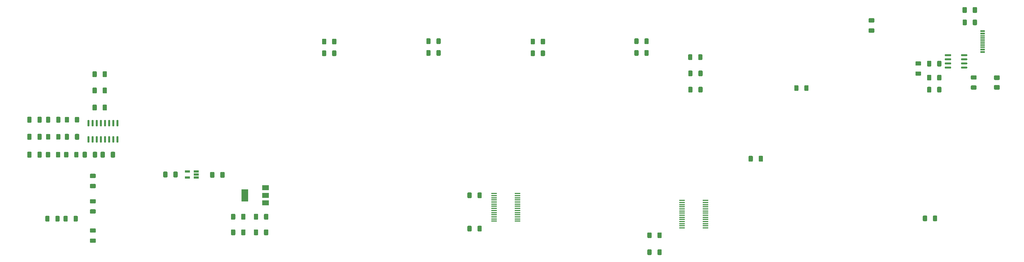
<source format=gbr>
G04 #@! TF.GenerationSoftware,KiCad,Pcbnew,(6.0.1)*
G04 #@! TF.CreationDate,2022-03-21T15:47:41+08:00*
G04 #@! TF.ProjectId,Teensy_Grovebox,5465656e-7379-45f4-9772-6f7665626f78,rev?*
G04 #@! TF.SameCoordinates,Original*
G04 #@! TF.FileFunction,Paste,Bot*
G04 #@! TF.FilePolarity,Positive*
%FSLAX46Y46*%
G04 Gerber Fmt 4.6, Leading zero omitted, Abs format (unit mm)*
G04 Created by KiCad (PCBNEW (6.0.1)) date 2022-03-21 15:47:41*
%MOMM*%
%LPD*%
G01*
G04 APERTURE LIST*
%ADD10R,1.560000X0.650000*%
%ADD11R,1.450000X0.600000*%
%ADD12R,1.450000X0.300000*%
%ADD13R,2.000000X1.500000*%
%ADD14R,2.000000X3.800000*%
%ADD15R,1.750000X0.450000*%
G04 APERTURE END LIST*
G04 #@! TO.C,R34*
G36*
G01*
X344975000Y-157100000D02*
X346225000Y-157100000D01*
G75*
G02*
X346475000Y-157350000I0J-250000D01*
G01*
X346475000Y-158150000D01*
G75*
G02*
X346225000Y-158400000I-250000J0D01*
G01*
X344975000Y-158400000D01*
G75*
G02*
X344725000Y-158150000I0J250000D01*
G01*
X344725000Y-157350000D01*
G75*
G02*
X344975000Y-157100000I250000J0D01*
G01*
G37*
G36*
G01*
X344975000Y-160200000D02*
X346225000Y-160200000D01*
G75*
G02*
X346475000Y-160450000I0J-250000D01*
G01*
X346475000Y-161250000D01*
G75*
G02*
X346225000Y-161500000I-250000J0D01*
G01*
X344975000Y-161500000D01*
G75*
G02*
X344725000Y-161250000I0J250000D01*
G01*
X344725000Y-160450000D01*
G75*
G02*
X344975000Y-160200000I250000J0D01*
G01*
G37*
G04 #@! TD*
G04 #@! TO.C,R1*
G36*
G01*
X150100000Y-146075000D02*
X150100000Y-147325000D01*
G75*
G02*
X149850000Y-147575000I-250000J0D01*
G01*
X149050000Y-147575000D01*
G75*
G02*
X148800000Y-147325000I0J250000D01*
G01*
X148800000Y-146075000D01*
G75*
G02*
X149050000Y-145825000I250000J0D01*
G01*
X149850000Y-145825000D01*
G75*
G02*
X150100000Y-146075000I0J-250000D01*
G01*
G37*
G36*
G01*
X147000000Y-146075000D02*
X147000000Y-147325000D01*
G75*
G02*
X146750000Y-147575000I-250000J0D01*
G01*
X145950000Y-147575000D01*
G75*
G02*
X145700000Y-147325000I0J250000D01*
G01*
X145700000Y-146075000D01*
G75*
G02*
X145950000Y-145825000I250000J0D01*
G01*
X146750000Y-145825000D01*
G75*
G02*
X147000000Y-146075000I0J-250000D01*
G01*
G37*
G04 #@! TD*
G04 #@! TO.C,R4*
G36*
G01*
X182100000Y-149575000D02*
X182100000Y-150825000D01*
G75*
G02*
X181850000Y-151075000I-250000J0D01*
G01*
X181050000Y-151075000D01*
G75*
G02*
X180800000Y-150825000I0J250000D01*
G01*
X180800000Y-149575000D01*
G75*
G02*
X181050000Y-149325000I250000J0D01*
G01*
X181850000Y-149325000D01*
G75*
G02*
X182100000Y-149575000I0J-250000D01*
G01*
G37*
G36*
G01*
X179000000Y-149575000D02*
X179000000Y-150825000D01*
G75*
G02*
X178750000Y-151075000I-250000J0D01*
G01*
X177950000Y-151075000D01*
G75*
G02*
X177700000Y-150825000I0J250000D01*
G01*
X177700000Y-149575000D01*
G75*
G02*
X177950000Y-149325000I250000J0D01*
G01*
X178750000Y-149325000D01*
G75*
G02*
X179000000Y-149575000I0J-250000D01*
G01*
G37*
G04 #@! TD*
G04 #@! TO.C,D2*
G36*
G01*
X353324999Y-161500000D02*
X352075001Y-161500000D01*
G75*
G02*
X351825000Y-161249999I0J250001D01*
G01*
X351825000Y-160325001D01*
G75*
G02*
X352075001Y-160075000I250001J0D01*
G01*
X353324999Y-160075000D01*
G75*
G02*
X353575000Y-160325001I0J-250001D01*
G01*
X353575000Y-161249999D01*
G75*
G02*
X353324999Y-161500000I-250001J0D01*
G01*
G37*
G36*
G01*
X353324999Y-158525000D02*
X352075001Y-158525000D01*
G75*
G02*
X351825000Y-158274999I0J250001D01*
G01*
X351825000Y-157350001D01*
G75*
G02*
X352075001Y-157100000I250001J0D01*
G01*
X353324999Y-157100000D01*
G75*
G02*
X353575000Y-157350001I0J-250001D01*
G01*
X353575000Y-158274999D01*
G75*
G02*
X353324999Y-158525000I-250001J0D01*
G01*
G37*
G04 #@! TD*
D10*
G04 #@! TO.C,U12*
X107150000Y-186650000D03*
X107150000Y-187600000D03*
X107150000Y-188550000D03*
X104450000Y-188550000D03*
X104450000Y-186650000D03*
G04 #@! TD*
G04 #@! TO.C,R24*
G36*
G01*
X262450000Y-155875000D02*
X262450000Y-157125000D01*
G75*
G02*
X262200000Y-157375000I-250000J0D01*
G01*
X261400000Y-157375000D01*
G75*
G02*
X261150000Y-157125000I0J250000D01*
G01*
X261150000Y-155875000D01*
G75*
G02*
X261400000Y-155625000I250000J0D01*
G01*
X262200000Y-155625000D01*
G75*
G02*
X262450000Y-155875000I0J-250000D01*
G01*
G37*
G36*
G01*
X259350000Y-155875000D02*
X259350000Y-157125000D01*
G75*
G02*
X259100000Y-157375000I-250000J0D01*
G01*
X258300000Y-157375000D01*
G75*
G02*
X258050000Y-157125000I0J250000D01*
G01*
X258050000Y-155875000D01*
G75*
G02*
X258300000Y-155625000I250000J0D01*
G01*
X259100000Y-155625000D01*
G75*
G02*
X259350000Y-155875000I0J-250000D01*
G01*
G37*
G04 #@! TD*
G04 #@! TO.C,R27*
G36*
G01*
X71000000Y-180875000D02*
X71000000Y-182125000D01*
G75*
G02*
X70750000Y-182375000I-250000J0D01*
G01*
X69950000Y-182375000D01*
G75*
G02*
X69700000Y-182125000I0J250000D01*
G01*
X69700000Y-180875000D01*
G75*
G02*
X69950000Y-180625000I250000J0D01*
G01*
X70750000Y-180625000D01*
G75*
G02*
X71000000Y-180875000I0J-250000D01*
G01*
G37*
G36*
G01*
X67900000Y-180875000D02*
X67900000Y-182125000D01*
G75*
G02*
X67650000Y-182375000I-250000J0D01*
G01*
X66850000Y-182375000D01*
G75*
G02*
X66600000Y-182125000I0J250000D01*
G01*
X66600000Y-180875000D01*
G75*
G02*
X66850000Y-180625000I250000J0D01*
G01*
X67650000Y-180625000D01*
G75*
G02*
X67900000Y-180875000I0J-250000D01*
G01*
G37*
G04 #@! TD*
G04 #@! TO.C,C14*
G36*
G01*
X76725000Y-180850000D02*
X76725000Y-182150000D01*
G75*
G02*
X76475000Y-182400000I-250000J0D01*
G01*
X75650000Y-182400000D01*
G75*
G02*
X75400000Y-182150000I0J250000D01*
G01*
X75400000Y-180850000D01*
G75*
G02*
X75650000Y-180600000I250000J0D01*
G01*
X76475000Y-180600000D01*
G75*
G02*
X76725000Y-180850000I0J-250000D01*
G01*
G37*
G36*
G01*
X73600000Y-180850000D02*
X73600000Y-182150000D01*
G75*
G02*
X73350000Y-182400000I-250000J0D01*
G01*
X72525000Y-182400000D01*
G75*
G02*
X72275000Y-182150000I0J250000D01*
G01*
X72275000Y-180850000D01*
G75*
G02*
X72525000Y-180600000I250000J0D01*
G01*
X73350000Y-180600000D01*
G75*
G02*
X73600000Y-180850000I0J-250000D01*
G01*
G37*
G04 #@! TD*
G04 #@! TO.C,R2*
G36*
G01*
X150100000Y-149675000D02*
X150100000Y-150925000D01*
G75*
G02*
X149850000Y-151175000I-250000J0D01*
G01*
X149050000Y-151175000D01*
G75*
G02*
X148800000Y-150925000I0J250000D01*
G01*
X148800000Y-149675000D01*
G75*
G02*
X149050000Y-149425000I250000J0D01*
G01*
X149850000Y-149425000D01*
G75*
G02*
X150100000Y-149675000I0J-250000D01*
G01*
G37*
G36*
G01*
X147000000Y-149675000D02*
X147000000Y-150925000D01*
G75*
G02*
X146750000Y-151175000I-250000J0D01*
G01*
X145950000Y-151175000D01*
G75*
G02*
X145700000Y-150925000I0J250000D01*
G01*
X145700000Y-149675000D01*
G75*
G02*
X145950000Y-149425000I250000J0D01*
G01*
X146750000Y-149425000D01*
G75*
G02*
X147000000Y-149675000I0J-250000D01*
G01*
G37*
G04 #@! TD*
G04 #@! TO.C,C10*
G36*
G01*
X82225000Y-180850000D02*
X82225000Y-182150000D01*
G75*
G02*
X81975000Y-182400000I-250000J0D01*
G01*
X81150000Y-182400000D01*
G75*
G02*
X80900000Y-182150000I0J250000D01*
G01*
X80900000Y-180850000D01*
G75*
G02*
X81150000Y-180600000I250000J0D01*
G01*
X81975000Y-180600000D01*
G75*
G02*
X82225000Y-180850000I0J-250000D01*
G01*
G37*
G36*
G01*
X79100000Y-180850000D02*
X79100000Y-182150000D01*
G75*
G02*
X78850000Y-182400000I-250000J0D01*
G01*
X78025000Y-182400000D01*
G75*
G02*
X77775000Y-182150000I0J250000D01*
G01*
X77775000Y-180850000D01*
G75*
G02*
X78025000Y-180600000I250000J0D01*
G01*
X78850000Y-180600000D01*
G75*
G02*
X79100000Y-180850000I0J-250000D01*
G01*
G37*
G04 #@! TD*
G04 #@! TO.C,C24*
G36*
G01*
X101425000Y-186950000D02*
X101425000Y-188250000D01*
G75*
G02*
X101175000Y-188500000I-250000J0D01*
G01*
X100350000Y-188500000D01*
G75*
G02*
X100100000Y-188250000I0J250000D01*
G01*
X100100000Y-186950000D01*
G75*
G02*
X100350000Y-186700000I250000J0D01*
G01*
X101175000Y-186700000D01*
G75*
G02*
X101425000Y-186950000I0J-250000D01*
G01*
G37*
G36*
G01*
X98300000Y-186950000D02*
X98300000Y-188250000D01*
G75*
G02*
X98050000Y-188500000I-250000J0D01*
G01*
X97225000Y-188500000D01*
G75*
G02*
X96975000Y-188250000I0J250000D01*
G01*
X96975000Y-186950000D01*
G75*
G02*
X97225000Y-186700000I250000J0D01*
G01*
X98050000Y-186700000D01*
G75*
G02*
X98300000Y-186950000I0J-250000D01*
G01*
G37*
G04 #@! TD*
D11*
G04 #@! TO.C,J1*
X348355000Y-143450000D03*
X348355000Y-144250000D03*
D12*
X348355000Y-145450000D03*
X348355000Y-146450000D03*
X348355000Y-146950000D03*
X348355000Y-147950000D03*
D11*
X348355000Y-149150000D03*
X348355000Y-149950000D03*
X348355000Y-149950000D03*
X348355000Y-149150000D03*
D12*
X348355000Y-148450000D03*
X348355000Y-147450000D03*
X348355000Y-145950000D03*
X348355000Y-144950000D03*
D11*
X348355000Y-144250000D03*
X348355000Y-143450000D03*
G04 #@! TD*
G04 #@! TO.C,C12*
G36*
G01*
X342175000Y-137650000D02*
X342175000Y-136350000D01*
G75*
G02*
X342425000Y-136100000I250000J0D01*
G01*
X343250000Y-136100000D01*
G75*
G02*
X343500000Y-136350000I0J-250000D01*
G01*
X343500000Y-137650000D01*
G75*
G02*
X343250000Y-137900000I-250000J0D01*
G01*
X342425000Y-137900000D01*
G75*
G02*
X342175000Y-137650000I0J250000D01*
G01*
G37*
G36*
G01*
X345300000Y-137650000D02*
X345300000Y-136350000D01*
G75*
G02*
X345550000Y-136100000I250000J0D01*
G01*
X346375000Y-136100000D01*
G75*
G02*
X346625000Y-136350000I0J-250000D01*
G01*
X346625000Y-137650000D01*
G75*
G02*
X346375000Y-137900000I-250000J0D01*
G01*
X345550000Y-137900000D01*
G75*
G02*
X345300000Y-137650000I0J250000D01*
G01*
G37*
G04 #@! TD*
G04 #@! TO.C,C15*
G36*
G01*
X314900000Y-143975000D02*
X313600000Y-143975000D01*
G75*
G02*
X313350000Y-143725000I0J250000D01*
G01*
X313350000Y-142900000D01*
G75*
G02*
X313600000Y-142650000I250000J0D01*
G01*
X314900000Y-142650000D01*
G75*
G02*
X315150000Y-142900000I0J-250000D01*
G01*
X315150000Y-143725000D01*
G75*
G02*
X314900000Y-143975000I-250000J0D01*
G01*
G37*
G36*
G01*
X314900000Y-140850000D02*
X313600000Y-140850000D01*
G75*
G02*
X313350000Y-140600000I0J250000D01*
G01*
X313350000Y-139775000D01*
G75*
G02*
X313600000Y-139525000I250000J0D01*
G01*
X314900000Y-139525000D01*
G75*
G02*
X315150000Y-139775000I0J-250000D01*
G01*
X315150000Y-140600000D01*
G75*
G02*
X314900000Y-140850000I-250000J0D01*
G01*
G37*
G04 #@! TD*
G04 #@! TO.C,R21*
G36*
G01*
X61050000Y-176625000D02*
X61050000Y-175375000D01*
G75*
G02*
X61300000Y-175125000I250000J0D01*
G01*
X62100000Y-175125000D01*
G75*
G02*
X62350000Y-175375000I0J-250000D01*
G01*
X62350000Y-176625000D01*
G75*
G02*
X62100000Y-176875000I-250000J0D01*
G01*
X61300000Y-176875000D01*
G75*
G02*
X61050000Y-176625000I0J250000D01*
G01*
G37*
G36*
G01*
X64150000Y-176625000D02*
X64150000Y-175375000D01*
G75*
G02*
X64400000Y-175125000I250000J0D01*
G01*
X65200000Y-175125000D01*
G75*
G02*
X65450000Y-175375000I0J-250000D01*
G01*
X65450000Y-176625000D01*
G75*
G02*
X65200000Y-176875000I-250000J0D01*
G01*
X64400000Y-176875000D01*
G75*
G02*
X64150000Y-176625000I0J250000D01*
G01*
G37*
G04 #@! TD*
G04 #@! TO.C,R9*
G36*
G01*
X258000000Y-152125000D02*
X258000000Y-150875000D01*
G75*
G02*
X258250000Y-150625000I250000J0D01*
G01*
X259050000Y-150625000D01*
G75*
G02*
X259300000Y-150875000I0J-250000D01*
G01*
X259300000Y-152125000D01*
G75*
G02*
X259050000Y-152375000I-250000J0D01*
G01*
X258250000Y-152375000D01*
G75*
G02*
X258000000Y-152125000I0J250000D01*
G01*
G37*
G36*
G01*
X261100000Y-152125000D02*
X261100000Y-150875000D01*
G75*
G02*
X261350000Y-150625000I250000J0D01*
G01*
X262150000Y-150625000D01*
G75*
G02*
X262400000Y-150875000I0J-250000D01*
G01*
X262400000Y-152125000D01*
G75*
G02*
X262150000Y-152375000I-250000J0D01*
G01*
X261350000Y-152375000D01*
G75*
G02*
X261100000Y-152125000I0J250000D01*
G01*
G37*
G04 #@! TD*
G04 #@! TO.C,R32*
G36*
G01*
X342200000Y-141425000D02*
X342200000Y-140175000D01*
G75*
G02*
X342450000Y-139925000I250000J0D01*
G01*
X343250000Y-139925000D01*
G75*
G02*
X343500000Y-140175000I0J-250000D01*
G01*
X343500000Y-141425000D01*
G75*
G02*
X343250000Y-141675000I-250000J0D01*
G01*
X342450000Y-141675000D01*
G75*
G02*
X342200000Y-141425000I0J250000D01*
G01*
G37*
G36*
G01*
X345300000Y-141425000D02*
X345300000Y-140175000D01*
G75*
G02*
X345550000Y-139925000I250000J0D01*
G01*
X346350000Y-139925000D01*
G75*
G02*
X346600000Y-140175000I0J-250000D01*
G01*
X346600000Y-141425000D01*
G75*
G02*
X346350000Y-141675000I-250000J0D01*
G01*
X345550000Y-141675000D01*
G75*
G02*
X345300000Y-141425000I0J250000D01*
G01*
G37*
G04 #@! TD*
G04 #@! TO.C,R28*
G36*
G01*
X331300000Y-158425000D02*
X331300000Y-157175000D01*
G75*
G02*
X331550000Y-156925000I250000J0D01*
G01*
X332350000Y-156925000D01*
G75*
G02*
X332600000Y-157175000I0J-250000D01*
G01*
X332600000Y-158425000D01*
G75*
G02*
X332350000Y-158675000I-250000J0D01*
G01*
X331550000Y-158675000D01*
G75*
G02*
X331300000Y-158425000I0J250000D01*
G01*
G37*
G36*
G01*
X334400000Y-158425000D02*
X334400000Y-157175000D01*
G75*
G02*
X334650000Y-156925000I250000J0D01*
G01*
X335450000Y-156925000D01*
G75*
G02*
X335700000Y-157175000I0J-250000D01*
G01*
X335700000Y-158425000D01*
G75*
G02*
X335450000Y-158675000I-250000J0D01*
G01*
X334650000Y-158675000D01*
G75*
G02*
X334400000Y-158425000I0J250000D01*
G01*
G37*
G04 #@! TD*
G04 #@! TO.C,R7*
G36*
G01*
X245900000Y-145975000D02*
X245900000Y-147225000D01*
G75*
G02*
X245650000Y-147475000I-250000J0D01*
G01*
X244850000Y-147475000D01*
G75*
G02*
X244600000Y-147225000I0J250000D01*
G01*
X244600000Y-145975000D01*
G75*
G02*
X244850000Y-145725000I250000J0D01*
G01*
X245650000Y-145725000D01*
G75*
G02*
X245900000Y-145975000I0J-250000D01*
G01*
G37*
G36*
G01*
X242800000Y-145975000D02*
X242800000Y-147225000D01*
G75*
G02*
X242550000Y-147475000I-250000J0D01*
G01*
X241750000Y-147475000D01*
G75*
G02*
X241500000Y-147225000I0J250000D01*
G01*
X241500000Y-145975000D01*
G75*
G02*
X241750000Y-145725000I250000J0D01*
G01*
X242550000Y-145725000D01*
G75*
G02*
X242800000Y-145975000I0J-250000D01*
G01*
G37*
G04 #@! TD*
G04 #@! TO.C,R15*
G36*
G01*
X194700000Y-193375000D02*
X194700000Y-194625000D01*
G75*
G02*
X194450000Y-194875000I-250000J0D01*
G01*
X193650000Y-194875000D01*
G75*
G02*
X193400000Y-194625000I0J250000D01*
G01*
X193400000Y-193375000D01*
G75*
G02*
X193650000Y-193125000I250000J0D01*
G01*
X194450000Y-193125000D01*
G75*
G02*
X194700000Y-193375000I0J-250000D01*
G01*
G37*
G36*
G01*
X191600000Y-193375000D02*
X191600000Y-194625000D01*
G75*
G02*
X191350000Y-194875000I-250000J0D01*
G01*
X190550000Y-194875000D01*
G75*
G02*
X190300000Y-194625000I0J250000D01*
G01*
X190300000Y-193375000D01*
G75*
G02*
X190550000Y-193125000I250000J0D01*
G01*
X191350000Y-193125000D01*
G75*
G02*
X191600000Y-193375000I0J-250000D01*
G01*
G37*
G04 #@! TD*
G04 #@! TO.C,C5*
G36*
G01*
X59725000Y-170100000D02*
X59725000Y-171400000D01*
G75*
G02*
X59475000Y-171650000I-250000J0D01*
G01*
X58650000Y-171650000D01*
G75*
G02*
X58400000Y-171400000I0J250000D01*
G01*
X58400000Y-170100000D01*
G75*
G02*
X58650000Y-169850000I250000J0D01*
G01*
X59475000Y-169850000D01*
G75*
G02*
X59725000Y-170100000I0J-250000D01*
G01*
G37*
G36*
G01*
X56600000Y-170100000D02*
X56600000Y-171400000D01*
G75*
G02*
X56350000Y-171650000I-250000J0D01*
G01*
X55525000Y-171650000D01*
G75*
G02*
X55275000Y-171400000I0J250000D01*
G01*
X55275000Y-170100000D01*
G75*
G02*
X55525000Y-169850000I250000J0D01*
G01*
X56350000Y-169850000D01*
G75*
G02*
X56600000Y-170100000I0J-250000D01*
G01*
G37*
G04 #@! TD*
G04 #@! TO.C,R22*
G36*
G01*
X66800000Y-171375000D02*
X66800000Y-170125000D01*
G75*
G02*
X67050000Y-169875000I250000J0D01*
G01*
X67850000Y-169875000D01*
G75*
G02*
X68100000Y-170125000I0J-250000D01*
G01*
X68100000Y-171375000D01*
G75*
G02*
X67850000Y-171625000I-250000J0D01*
G01*
X67050000Y-171625000D01*
G75*
G02*
X66800000Y-171375000I0J250000D01*
G01*
G37*
G36*
G01*
X69900000Y-171375000D02*
X69900000Y-170125000D01*
G75*
G02*
X70150000Y-169875000I250000J0D01*
G01*
X70950000Y-169875000D01*
G75*
G02*
X71200000Y-170125000I0J-250000D01*
G01*
X71200000Y-171375000D01*
G75*
G02*
X70950000Y-171625000I-250000J0D01*
G01*
X70150000Y-171625000D01*
G75*
G02*
X69900000Y-171375000I0J250000D01*
G01*
G37*
G04 #@! TD*
G04 #@! TO.C,R5*
G36*
G01*
X214100000Y-146075000D02*
X214100000Y-147325000D01*
G75*
G02*
X213850000Y-147575000I-250000J0D01*
G01*
X213050000Y-147575000D01*
G75*
G02*
X212800000Y-147325000I0J250000D01*
G01*
X212800000Y-146075000D01*
G75*
G02*
X213050000Y-145825000I250000J0D01*
G01*
X213850000Y-145825000D01*
G75*
G02*
X214100000Y-146075000I0J-250000D01*
G01*
G37*
G36*
G01*
X211000000Y-146075000D02*
X211000000Y-147325000D01*
G75*
G02*
X210750000Y-147575000I-250000J0D01*
G01*
X209950000Y-147575000D01*
G75*
G02*
X209700000Y-147325000I0J250000D01*
G01*
X209700000Y-146075000D01*
G75*
G02*
X209950000Y-145825000I250000J0D01*
G01*
X210750000Y-145825000D01*
G75*
G02*
X211000000Y-146075000I0J-250000D01*
G01*
G37*
G04 #@! TD*
G04 #@! TO.C,R25*
G36*
G01*
X331300000Y-162125000D02*
X331300000Y-160875000D01*
G75*
G02*
X331550000Y-160625000I250000J0D01*
G01*
X332350000Y-160625000D01*
G75*
G02*
X332600000Y-160875000I0J-250000D01*
G01*
X332600000Y-162125000D01*
G75*
G02*
X332350000Y-162375000I-250000J0D01*
G01*
X331550000Y-162375000D01*
G75*
G02*
X331300000Y-162125000I0J250000D01*
G01*
G37*
G36*
G01*
X334400000Y-162125000D02*
X334400000Y-160875000D01*
G75*
G02*
X334650000Y-160625000I250000J0D01*
G01*
X335450000Y-160625000D01*
G75*
G02*
X335700000Y-160875000I0J-250000D01*
G01*
X335700000Y-162125000D01*
G75*
G02*
X335450000Y-162375000I-250000J0D01*
G01*
X334650000Y-162375000D01*
G75*
G02*
X334400000Y-162125000I0J250000D01*
G01*
G37*
G04 #@! TD*
G04 #@! TO.C,R10*
G36*
G01*
X290550000Y-161625000D02*
X290550000Y-160375000D01*
G75*
G02*
X290800000Y-160125000I250000J0D01*
G01*
X291600000Y-160125000D01*
G75*
G02*
X291850000Y-160375000I0J-250000D01*
G01*
X291850000Y-161625000D01*
G75*
G02*
X291600000Y-161875000I-250000J0D01*
G01*
X290800000Y-161875000D01*
G75*
G02*
X290550000Y-161625000I0J250000D01*
G01*
G37*
G36*
G01*
X293650000Y-161625000D02*
X293650000Y-160375000D01*
G75*
G02*
X293900000Y-160125000I250000J0D01*
G01*
X294700000Y-160125000D01*
G75*
G02*
X294950000Y-160375000I0J-250000D01*
G01*
X294950000Y-161625000D01*
G75*
G02*
X294700000Y-161875000I-250000J0D01*
G01*
X293900000Y-161875000D01*
G75*
G02*
X293650000Y-161625000I0J250000D01*
G01*
G37*
G04 #@! TD*
G04 #@! TO.C,C25*
G36*
G01*
X122225000Y-199950000D02*
X122225000Y-201250000D01*
G75*
G02*
X121975000Y-201500000I-250000J0D01*
G01*
X121150000Y-201500000D01*
G75*
G02*
X120900000Y-201250000I0J250000D01*
G01*
X120900000Y-199950000D01*
G75*
G02*
X121150000Y-199700000I250000J0D01*
G01*
X121975000Y-199700000D01*
G75*
G02*
X122225000Y-199950000I0J-250000D01*
G01*
G37*
G36*
G01*
X119100000Y-199950000D02*
X119100000Y-201250000D01*
G75*
G02*
X118850000Y-201500000I-250000J0D01*
G01*
X118025000Y-201500000D01*
G75*
G02*
X117775000Y-201250000I0J250000D01*
G01*
X117775000Y-199950000D01*
G75*
G02*
X118025000Y-199700000I250000J0D01*
G01*
X118850000Y-199700000D01*
G75*
G02*
X119100000Y-199950000I0J-250000D01*
G01*
G37*
G04 #@! TD*
G04 #@! TO.C,R3*
G36*
G01*
X182100000Y-145975000D02*
X182100000Y-147225000D01*
G75*
G02*
X181850000Y-147475000I-250000J0D01*
G01*
X181050000Y-147475000D01*
G75*
G02*
X180800000Y-147225000I0J250000D01*
G01*
X180800000Y-145975000D01*
G75*
G02*
X181050000Y-145725000I250000J0D01*
G01*
X181850000Y-145725000D01*
G75*
G02*
X182100000Y-145975000I0J-250000D01*
G01*
G37*
G36*
G01*
X179000000Y-145975000D02*
X179000000Y-147225000D01*
G75*
G02*
X178750000Y-147475000I-250000J0D01*
G01*
X177950000Y-147475000D01*
G75*
G02*
X177700000Y-147225000I0J250000D01*
G01*
X177700000Y-145975000D01*
G75*
G02*
X177950000Y-145725000I250000J0D01*
G01*
X178750000Y-145725000D01*
G75*
G02*
X179000000Y-145975000I0J-250000D01*
G01*
G37*
G04 #@! TD*
G04 #@! TO.C,C8*
G36*
G01*
X75275000Y-162400000D02*
X75275000Y-161100000D01*
G75*
G02*
X75525000Y-160850000I250000J0D01*
G01*
X76350000Y-160850000D01*
G75*
G02*
X76600000Y-161100000I0J-250000D01*
G01*
X76600000Y-162400000D01*
G75*
G02*
X76350000Y-162650000I-250000J0D01*
G01*
X75525000Y-162650000D01*
G75*
G02*
X75275000Y-162400000I0J250000D01*
G01*
G37*
G36*
G01*
X78400000Y-162400000D02*
X78400000Y-161100000D01*
G75*
G02*
X78650000Y-160850000I250000J0D01*
G01*
X79475000Y-160850000D01*
G75*
G02*
X79725000Y-161100000I0J-250000D01*
G01*
X79725000Y-162400000D01*
G75*
G02*
X79475000Y-162650000I-250000J0D01*
G01*
X78650000Y-162650000D01*
G75*
G02*
X78400000Y-162400000I0J250000D01*
G01*
G37*
G04 #@! TD*
G04 #@! TO.C,C23*
G36*
G01*
X122225000Y-204750000D02*
X122225000Y-206050000D01*
G75*
G02*
X121975000Y-206300000I-250000J0D01*
G01*
X121150000Y-206300000D01*
G75*
G02*
X120900000Y-206050000I0J250000D01*
G01*
X120900000Y-204750000D01*
G75*
G02*
X121150000Y-204500000I250000J0D01*
G01*
X121975000Y-204500000D01*
G75*
G02*
X122225000Y-204750000I0J-250000D01*
G01*
G37*
G36*
G01*
X119100000Y-204750000D02*
X119100000Y-206050000D01*
G75*
G02*
X118850000Y-206300000I-250000J0D01*
G01*
X118025000Y-206300000D01*
G75*
G02*
X117775000Y-206050000I0J250000D01*
G01*
X117775000Y-204750000D01*
G75*
G02*
X118025000Y-204500000I250000J0D01*
G01*
X118850000Y-204500000D01*
G75*
G02*
X119100000Y-204750000I0J-250000D01*
G01*
G37*
G04 #@! TD*
G04 #@! TO.C,C18*
G36*
G01*
X276525000Y-183400000D02*
X276525000Y-182100000D01*
G75*
G02*
X276775000Y-181850000I250000J0D01*
G01*
X277600000Y-181850000D01*
G75*
G02*
X277850000Y-182100000I0J-250000D01*
G01*
X277850000Y-183400000D01*
G75*
G02*
X277600000Y-183650000I-250000J0D01*
G01*
X276775000Y-183650000D01*
G75*
G02*
X276525000Y-183400000I0J250000D01*
G01*
G37*
G36*
G01*
X279650000Y-183400000D02*
X279650000Y-182100000D01*
G75*
G02*
X279900000Y-181850000I250000J0D01*
G01*
X280725000Y-181850000D01*
G75*
G02*
X280975000Y-182100000I0J-250000D01*
G01*
X280975000Y-183400000D01*
G75*
G02*
X280725000Y-183650000I-250000J0D01*
G01*
X279900000Y-183650000D01*
G75*
G02*
X279650000Y-183400000I0J250000D01*
G01*
G37*
G04 #@! TD*
G04 #@! TO.C,R30*
G36*
G01*
X65200000Y-200575000D02*
X65200000Y-201825000D01*
G75*
G02*
X64950000Y-202075000I-250000J0D01*
G01*
X64150000Y-202075000D01*
G75*
G02*
X63900000Y-201825000I0J250000D01*
G01*
X63900000Y-200575000D01*
G75*
G02*
X64150000Y-200325000I250000J0D01*
G01*
X64950000Y-200325000D01*
G75*
G02*
X65200000Y-200575000I0J-250000D01*
G01*
G37*
G36*
G01*
X62100000Y-200575000D02*
X62100000Y-201825000D01*
G75*
G02*
X61850000Y-202075000I-250000J0D01*
G01*
X61050000Y-202075000D01*
G75*
G02*
X60800000Y-201825000I0J250000D01*
G01*
X60800000Y-200575000D01*
G75*
G02*
X61050000Y-200325000I250000J0D01*
G01*
X61850000Y-200325000D01*
G75*
G02*
X62100000Y-200575000I0J-250000D01*
G01*
G37*
G04 #@! TD*
G04 #@! TO.C,R33*
G36*
G01*
X329225000Y-157200000D02*
X327975000Y-157200000D01*
G75*
G02*
X327725000Y-156950000I0J250000D01*
G01*
X327725000Y-156150000D01*
G75*
G02*
X327975000Y-155900000I250000J0D01*
G01*
X329225000Y-155900000D01*
G75*
G02*
X329475000Y-156150000I0J-250000D01*
G01*
X329475000Y-156950000D01*
G75*
G02*
X329225000Y-157200000I-250000J0D01*
G01*
G37*
G36*
G01*
X329225000Y-154100000D02*
X327975000Y-154100000D01*
G75*
G02*
X327725000Y-153850000I0J250000D01*
G01*
X327725000Y-153050000D01*
G75*
G02*
X327975000Y-152800000I250000J0D01*
G01*
X329225000Y-152800000D01*
G75*
G02*
X329475000Y-153050000I0J-250000D01*
G01*
X329475000Y-153850000D01*
G75*
G02*
X329225000Y-154100000I-250000J0D01*
G01*
G37*
G04 #@! TD*
G04 #@! TO.C,C22*
G36*
G01*
X115825000Y-187050000D02*
X115825000Y-188350000D01*
G75*
G02*
X115575000Y-188600000I-250000J0D01*
G01*
X114750000Y-188600000D01*
G75*
G02*
X114500000Y-188350000I0J250000D01*
G01*
X114500000Y-187050000D01*
G75*
G02*
X114750000Y-186800000I250000J0D01*
G01*
X115575000Y-186800000D01*
G75*
G02*
X115825000Y-187050000I0J-250000D01*
G01*
G37*
G36*
G01*
X112700000Y-187050000D02*
X112700000Y-188350000D01*
G75*
G02*
X112450000Y-188600000I-250000J0D01*
G01*
X111625000Y-188600000D01*
G75*
G02*
X111375000Y-188350000I0J250000D01*
G01*
X111375000Y-187050000D01*
G75*
G02*
X111625000Y-186800000I250000J0D01*
G01*
X112450000Y-186800000D01*
G75*
G02*
X112700000Y-187050000I0J-250000D01*
G01*
G37*
G04 #@! TD*
G04 #@! TO.C,U9*
G36*
G01*
X336750000Y-154855000D02*
X336750000Y-154555000D01*
G75*
G02*
X336900000Y-154405000I150000J0D01*
G01*
X338550000Y-154405000D01*
G75*
G02*
X338700000Y-154555000I0J-150000D01*
G01*
X338700000Y-154855000D01*
G75*
G02*
X338550000Y-155005000I-150000J0D01*
G01*
X336900000Y-155005000D01*
G75*
G02*
X336750000Y-154855000I0J150000D01*
G01*
G37*
G36*
G01*
X336750000Y-153585000D02*
X336750000Y-153285000D01*
G75*
G02*
X336900000Y-153135000I150000J0D01*
G01*
X338550000Y-153135000D01*
G75*
G02*
X338700000Y-153285000I0J-150000D01*
G01*
X338700000Y-153585000D01*
G75*
G02*
X338550000Y-153735000I-150000J0D01*
G01*
X336900000Y-153735000D01*
G75*
G02*
X336750000Y-153585000I0J150000D01*
G01*
G37*
G36*
G01*
X336750000Y-152315000D02*
X336750000Y-152015000D01*
G75*
G02*
X336900000Y-151865000I150000J0D01*
G01*
X338550000Y-151865000D01*
G75*
G02*
X338700000Y-152015000I0J-150000D01*
G01*
X338700000Y-152315000D01*
G75*
G02*
X338550000Y-152465000I-150000J0D01*
G01*
X336900000Y-152465000D01*
G75*
G02*
X336750000Y-152315000I0J150000D01*
G01*
G37*
G36*
G01*
X336750000Y-151045000D02*
X336750000Y-150745000D01*
G75*
G02*
X336900000Y-150595000I150000J0D01*
G01*
X338550000Y-150595000D01*
G75*
G02*
X338700000Y-150745000I0J-150000D01*
G01*
X338700000Y-151045000D01*
G75*
G02*
X338550000Y-151195000I-150000J0D01*
G01*
X336900000Y-151195000D01*
G75*
G02*
X336750000Y-151045000I0J150000D01*
G01*
G37*
G36*
G01*
X341700000Y-151045000D02*
X341700000Y-150745000D01*
G75*
G02*
X341850000Y-150595000I150000J0D01*
G01*
X343500000Y-150595000D01*
G75*
G02*
X343650000Y-150745000I0J-150000D01*
G01*
X343650000Y-151045000D01*
G75*
G02*
X343500000Y-151195000I-150000J0D01*
G01*
X341850000Y-151195000D01*
G75*
G02*
X341700000Y-151045000I0J150000D01*
G01*
G37*
G36*
G01*
X341700000Y-152315000D02*
X341700000Y-152015000D01*
G75*
G02*
X341850000Y-151865000I150000J0D01*
G01*
X343500000Y-151865000D01*
G75*
G02*
X343650000Y-152015000I0J-150000D01*
G01*
X343650000Y-152315000D01*
G75*
G02*
X343500000Y-152465000I-150000J0D01*
G01*
X341850000Y-152465000D01*
G75*
G02*
X341700000Y-152315000I0J150000D01*
G01*
G37*
G36*
G01*
X341700000Y-153585000D02*
X341700000Y-153285000D01*
G75*
G02*
X341850000Y-153135000I150000J0D01*
G01*
X343500000Y-153135000D01*
G75*
G02*
X343650000Y-153285000I0J-150000D01*
G01*
X343650000Y-153585000D01*
G75*
G02*
X343500000Y-153735000I-150000J0D01*
G01*
X341850000Y-153735000D01*
G75*
G02*
X341700000Y-153585000I0J150000D01*
G01*
G37*
G36*
G01*
X341700000Y-154855000D02*
X341700000Y-154555000D01*
G75*
G02*
X341850000Y-154405000I150000J0D01*
G01*
X343500000Y-154405000D01*
G75*
G02*
X343650000Y-154555000I0J-150000D01*
G01*
X343650000Y-154855000D01*
G75*
G02*
X343500000Y-155005000I-150000J0D01*
G01*
X341850000Y-155005000D01*
G75*
G02*
X341700000Y-154855000I0J150000D01*
G01*
G37*
G04 #@! TD*
G04 #@! TO.C,R6*
G36*
G01*
X214100000Y-149675000D02*
X214100000Y-150925000D01*
G75*
G02*
X213850000Y-151175000I-250000J0D01*
G01*
X213050000Y-151175000D01*
G75*
G02*
X212800000Y-150925000I0J250000D01*
G01*
X212800000Y-149675000D01*
G75*
G02*
X213050000Y-149425000I250000J0D01*
G01*
X213850000Y-149425000D01*
G75*
G02*
X214100000Y-149675000I0J-250000D01*
G01*
G37*
G36*
G01*
X211000000Y-149675000D02*
X211000000Y-150925000D01*
G75*
G02*
X210750000Y-151175000I-250000J0D01*
G01*
X209950000Y-151175000D01*
G75*
G02*
X209700000Y-150925000I0J250000D01*
G01*
X209700000Y-149675000D01*
G75*
G02*
X209950000Y-149425000I250000J0D01*
G01*
X210750000Y-149425000D01*
G75*
G02*
X211000000Y-149675000I0J-250000D01*
G01*
G37*
G04 #@! TD*
G04 #@! TO.C,C3*
G36*
G01*
X59725000Y-175350000D02*
X59725000Y-176650000D01*
G75*
G02*
X59475000Y-176900000I-250000J0D01*
G01*
X58650000Y-176900000D01*
G75*
G02*
X58400000Y-176650000I0J250000D01*
G01*
X58400000Y-175350000D01*
G75*
G02*
X58650000Y-175100000I250000J0D01*
G01*
X59475000Y-175100000D01*
G75*
G02*
X59725000Y-175350000I0J-250000D01*
G01*
G37*
G36*
G01*
X56600000Y-175350000D02*
X56600000Y-176650000D01*
G75*
G02*
X56350000Y-176900000I-250000J0D01*
G01*
X55525000Y-176900000D01*
G75*
G02*
X55275000Y-176650000I0J250000D01*
G01*
X55275000Y-175350000D01*
G75*
G02*
X55525000Y-175100000I250000J0D01*
G01*
X56350000Y-175100000D01*
G75*
G02*
X56600000Y-175350000I0J-250000D01*
G01*
G37*
G04 #@! TD*
G04 #@! TO.C,U6*
G36*
G01*
X83095000Y-177800000D02*
X82795000Y-177800000D01*
G75*
G02*
X82645000Y-177650000I0J150000D01*
G01*
X82645000Y-175950000D01*
G75*
G02*
X82795000Y-175800000I150000J0D01*
G01*
X83095000Y-175800000D01*
G75*
G02*
X83245000Y-175950000I0J-150000D01*
G01*
X83245000Y-177650000D01*
G75*
G02*
X83095000Y-177800000I-150000J0D01*
G01*
G37*
G36*
G01*
X81825000Y-177800000D02*
X81525000Y-177800000D01*
G75*
G02*
X81375000Y-177650000I0J150000D01*
G01*
X81375000Y-175950000D01*
G75*
G02*
X81525000Y-175800000I150000J0D01*
G01*
X81825000Y-175800000D01*
G75*
G02*
X81975000Y-175950000I0J-150000D01*
G01*
X81975000Y-177650000D01*
G75*
G02*
X81825000Y-177800000I-150000J0D01*
G01*
G37*
G36*
G01*
X80555000Y-177800000D02*
X80255000Y-177800000D01*
G75*
G02*
X80105000Y-177650000I0J150000D01*
G01*
X80105000Y-175950000D01*
G75*
G02*
X80255000Y-175800000I150000J0D01*
G01*
X80555000Y-175800000D01*
G75*
G02*
X80705000Y-175950000I0J-150000D01*
G01*
X80705000Y-177650000D01*
G75*
G02*
X80555000Y-177800000I-150000J0D01*
G01*
G37*
G36*
G01*
X79285000Y-177800000D02*
X78985000Y-177800000D01*
G75*
G02*
X78835000Y-177650000I0J150000D01*
G01*
X78835000Y-175950000D01*
G75*
G02*
X78985000Y-175800000I150000J0D01*
G01*
X79285000Y-175800000D01*
G75*
G02*
X79435000Y-175950000I0J-150000D01*
G01*
X79435000Y-177650000D01*
G75*
G02*
X79285000Y-177800000I-150000J0D01*
G01*
G37*
G36*
G01*
X78015000Y-177800000D02*
X77715000Y-177800000D01*
G75*
G02*
X77565000Y-177650000I0J150000D01*
G01*
X77565000Y-175950000D01*
G75*
G02*
X77715000Y-175800000I150000J0D01*
G01*
X78015000Y-175800000D01*
G75*
G02*
X78165000Y-175950000I0J-150000D01*
G01*
X78165000Y-177650000D01*
G75*
G02*
X78015000Y-177800000I-150000J0D01*
G01*
G37*
G36*
G01*
X76745000Y-177800000D02*
X76445000Y-177800000D01*
G75*
G02*
X76295000Y-177650000I0J150000D01*
G01*
X76295000Y-175950000D01*
G75*
G02*
X76445000Y-175800000I150000J0D01*
G01*
X76745000Y-175800000D01*
G75*
G02*
X76895000Y-175950000I0J-150000D01*
G01*
X76895000Y-177650000D01*
G75*
G02*
X76745000Y-177800000I-150000J0D01*
G01*
G37*
G36*
G01*
X75475000Y-177800000D02*
X75175000Y-177800000D01*
G75*
G02*
X75025000Y-177650000I0J150000D01*
G01*
X75025000Y-175950000D01*
G75*
G02*
X75175000Y-175800000I150000J0D01*
G01*
X75475000Y-175800000D01*
G75*
G02*
X75625000Y-175950000I0J-150000D01*
G01*
X75625000Y-177650000D01*
G75*
G02*
X75475000Y-177800000I-150000J0D01*
G01*
G37*
G36*
G01*
X74205000Y-177800000D02*
X73905000Y-177800000D01*
G75*
G02*
X73755000Y-177650000I0J150000D01*
G01*
X73755000Y-175950000D01*
G75*
G02*
X73905000Y-175800000I150000J0D01*
G01*
X74205000Y-175800000D01*
G75*
G02*
X74355000Y-175950000I0J-150000D01*
G01*
X74355000Y-177650000D01*
G75*
G02*
X74205000Y-177800000I-150000J0D01*
G01*
G37*
G36*
G01*
X74205000Y-172800000D02*
X73905000Y-172800000D01*
G75*
G02*
X73755000Y-172650000I0J150000D01*
G01*
X73755000Y-170950000D01*
G75*
G02*
X73905000Y-170800000I150000J0D01*
G01*
X74205000Y-170800000D01*
G75*
G02*
X74355000Y-170950000I0J-150000D01*
G01*
X74355000Y-172650000D01*
G75*
G02*
X74205000Y-172800000I-150000J0D01*
G01*
G37*
G36*
G01*
X75475000Y-172800000D02*
X75175000Y-172800000D01*
G75*
G02*
X75025000Y-172650000I0J150000D01*
G01*
X75025000Y-170950000D01*
G75*
G02*
X75175000Y-170800000I150000J0D01*
G01*
X75475000Y-170800000D01*
G75*
G02*
X75625000Y-170950000I0J-150000D01*
G01*
X75625000Y-172650000D01*
G75*
G02*
X75475000Y-172800000I-150000J0D01*
G01*
G37*
G36*
G01*
X76745000Y-172800000D02*
X76445000Y-172800000D01*
G75*
G02*
X76295000Y-172650000I0J150000D01*
G01*
X76295000Y-170950000D01*
G75*
G02*
X76445000Y-170800000I150000J0D01*
G01*
X76745000Y-170800000D01*
G75*
G02*
X76895000Y-170950000I0J-150000D01*
G01*
X76895000Y-172650000D01*
G75*
G02*
X76745000Y-172800000I-150000J0D01*
G01*
G37*
G36*
G01*
X78015000Y-172800000D02*
X77715000Y-172800000D01*
G75*
G02*
X77565000Y-172650000I0J150000D01*
G01*
X77565000Y-170950000D01*
G75*
G02*
X77715000Y-170800000I150000J0D01*
G01*
X78015000Y-170800000D01*
G75*
G02*
X78165000Y-170950000I0J-150000D01*
G01*
X78165000Y-172650000D01*
G75*
G02*
X78015000Y-172800000I-150000J0D01*
G01*
G37*
G36*
G01*
X79285000Y-172800000D02*
X78985000Y-172800000D01*
G75*
G02*
X78835000Y-172650000I0J150000D01*
G01*
X78835000Y-170950000D01*
G75*
G02*
X78985000Y-170800000I150000J0D01*
G01*
X79285000Y-170800000D01*
G75*
G02*
X79435000Y-170950000I0J-150000D01*
G01*
X79435000Y-172650000D01*
G75*
G02*
X79285000Y-172800000I-150000J0D01*
G01*
G37*
G36*
G01*
X80555000Y-172800000D02*
X80255000Y-172800000D01*
G75*
G02*
X80105000Y-172650000I0J150000D01*
G01*
X80105000Y-170950000D01*
G75*
G02*
X80255000Y-170800000I150000J0D01*
G01*
X80555000Y-170800000D01*
G75*
G02*
X80705000Y-170950000I0J-150000D01*
G01*
X80705000Y-172650000D01*
G75*
G02*
X80555000Y-172800000I-150000J0D01*
G01*
G37*
G36*
G01*
X81825000Y-172800000D02*
X81525000Y-172800000D01*
G75*
G02*
X81375000Y-172650000I0J150000D01*
G01*
X81375000Y-170950000D01*
G75*
G02*
X81525000Y-170800000I150000J0D01*
G01*
X81825000Y-170800000D01*
G75*
G02*
X81975000Y-170950000I0J-150000D01*
G01*
X81975000Y-172650000D01*
G75*
G02*
X81825000Y-172800000I-150000J0D01*
G01*
G37*
G36*
G01*
X83095000Y-172800000D02*
X82795000Y-172800000D01*
G75*
G02*
X82645000Y-172650000I0J150000D01*
G01*
X82645000Y-170950000D01*
G75*
G02*
X82795000Y-170800000I150000J0D01*
G01*
X83095000Y-170800000D01*
G75*
G02*
X83245000Y-170950000I0J-150000D01*
G01*
X83245000Y-172650000D01*
G75*
G02*
X83095000Y-172800000I-150000J0D01*
G01*
G37*
G04 #@! TD*
D13*
G04 #@! TO.C,U11*
X128350000Y-191700000D03*
X128350000Y-194000000D03*
D14*
X122050000Y-194000000D03*
D13*
X128350000Y-196300000D03*
G04 #@! TD*
G04 #@! TO.C,C9*
G36*
G01*
X75275000Y-167650000D02*
X75275000Y-166350000D01*
G75*
G02*
X75525000Y-166100000I250000J0D01*
G01*
X76350000Y-166100000D01*
G75*
G02*
X76600000Y-166350000I0J-250000D01*
G01*
X76600000Y-167650000D01*
G75*
G02*
X76350000Y-167900000I-250000J0D01*
G01*
X75525000Y-167900000D01*
G75*
G02*
X75275000Y-167650000I0J250000D01*
G01*
G37*
G36*
G01*
X78400000Y-167650000D02*
X78400000Y-166350000D01*
G75*
G02*
X78650000Y-166100000I250000J0D01*
G01*
X79475000Y-166100000D01*
G75*
G02*
X79725000Y-166350000I0J-250000D01*
G01*
X79725000Y-167650000D01*
G75*
G02*
X79475000Y-167900000I-250000J0D01*
G01*
X78650000Y-167900000D01*
G75*
G02*
X78400000Y-167650000I0J250000D01*
G01*
G37*
G04 #@! TD*
G04 #@! TO.C,R8*
G36*
G01*
X245900000Y-149575000D02*
X245900000Y-150825000D01*
G75*
G02*
X245650000Y-151075000I-250000J0D01*
G01*
X244850000Y-151075000D01*
G75*
G02*
X244600000Y-150825000I0J250000D01*
G01*
X244600000Y-149575000D01*
G75*
G02*
X244850000Y-149325000I250000J0D01*
G01*
X245650000Y-149325000D01*
G75*
G02*
X245900000Y-149575000I0J-250000D01*
G01*
G37*
G36*
G01*
X242800000Y-149575000D02*
X242800000Y-150825000D01*
G75*
G02*
X242550000Y-151075000I-250000J0D01*
G01*
X241750000Y-151075000D01*
G75*
G02*
X241500000Y-150825000I0J250000D01*
G01*
X241500000Y-149575000D01*
G75*
G02*
X241750000Y-149325000I250000J0D01*
G01*
X242550000Y-149325000D01*
G75*
G02*
X242800000Y-149575000I0J-250000D01*
G01*
G37*
G04 #@! TD*
G04 #@! TO.C,C19*
G36*
G01*
X129225000Y-199950000D02*
X129225000Y-201250000D01*
G75*
G02*
X128975000Y-201500000I-250000J0D01*
G01*
X128150000Y-201500000D01*
G75*
G02*
X127900000Y-201250000I0J250000D01*
G01*
X127900000Y-199950000D01*
G75*
G02*
X128150000Y-199700000I250000J0D01*
G01*
X128975000Y-199700000D01*
G75*
G02*
X129225000Y-199950000I0J-250000D01*
G01*
G37*
G36*
G01*
X126100000Y-199950000D02*
X126100000Y-201250000D01*
G75*
G02*
X125850000Y-201500000I-250000J0D01*
G01*
X125025000Y-201500000D01*
G75*
G02*
X124775000Y-201250000I0J250000D01*
G01*
X124775000Y-199950000D01*
G75*
G02*
X125025000Y-199700000I250000J0D01*
G01*
X125850000Y-199700000D01*
G75*
G02*
X126100000Y-199950000I0J-250000D01*
G01*
G37*
G04 #@! TD*
D15*
G04 #@! TO.C,U5*
X205700000Y-193475000D03*
X205700000Y-194125000D03*
X205700000Y-194775000D03*
X205700000Y-195425000D03*
X205700000Y-196075000D03*
X205700000Y-196725000D03*
X205700000Y-197375000D03*
X205700000Y-198025000D03*
X205700000Y-198675000D03*
X205700000Y-199325000D03*
X205700000Y-199975000D03*
X205700000Y-200625000D03*
X205700000Y-201275000D03*
X205700000Y-201925000D03*
X198500000Y-201925000D03*
X198500000Y-201275000D03*
X198500000Y-200625000D03*
X198500000Y-199975000D03*
X198500000Y-199325000D03*
X198500000Y-198675000D03*
X198500000Y-198025000D03*
X198500000Y-197375000D03*
X198500000Y-196725000D03*
X198500000Y-196075000D03*
X198500000Y-195425000D03*
X198500000Y-194775000D03*
X198500000Y-194125000D03*
X198500000Y-193475000D03*
G04 #@! TD*
G04 #@! TO.C,U4*
X263300000Y-195575000D03*
X263300000Y-196225000D03*
X263300000Y-196875000D03*
X263300000Y-197525000D03*
X263300000Y-198175000D03*
X263300000Y-198825000D03*
X263300000Y-199475000D03*
X263300000Y-200125000D03*
X263300000Y-200775000D03*
X263300000Y-201425000D03*
X263300000Y-202075000D03*
X263300000Y-202725000D03*
X263300000Y-203375000D03*
X263300000Y-204025000D03*
X256100000Y-204025000D03*
X256100000Y-203375000D03*
X256100000Y-202725000D03*
X256100000Y-202075000D03*
X256100000Y-201425000D03*
X256100000Y-200775000D03*
X256100000Y-200125000D03*
X256100000Y-199475000D03*
X256100000Y-198825000D03*
X256100000Y-198175000D03*
X256100000Y-197525000D03*
X256100000Y-196875000D03*
X256100000Y-196225000D03*
X256100000Y-195575000D03*
G04 #@! TD*
G04 #@! TO.C,C16*
G36*
G01*
X74750000Y-187375000D02*
X76050000Y-187375000D01*
G75*
G02*
X76300000Y-187625000I0J-250000D01*
G01*
X76300000Y-188450000D01*
G75*
G02*
X76050000Y-188700000I-250000J0D01*
G01*
X74750000Y-188700000D01*
G75*
G02*
X74500000Y-188450000I0J250000D01*
G01*
X74500000Y-187625000D01*
G75*
G02*
X74750000Y-187375000I250000J0D01*
G01*
G37*
G36*
G01*
X74750000Y-190500000D02*
X76050000Y-190500000D01*
G75*
G02*
X76300000Y-190750000I0J-250000D01*
G01*
X76300000Y-191575000D01*
G75*
G02*
X76050000Y-191825000I-250000J0D01*
G01*
X74750000Y-191825000D01*
G75*
G02*
X74500000Y-191575000I0J250000D01*
G01*
X74500000Y-190750000D01*
G75*
G02*
X74750000Y-190500000I250000J0D01*
G01*
G37*
G04 #@! TD*
G04 #@! TO.C,R31*
G36*
G01*
X65400000Y-180875000D02*
X65400000Y-182125000D01*
G75*
G02*
X65150000Y-182375000I-250000J0D01*
G01*
X64350000Y-182375000D01*
G75*
G02*
X64100000Y-182125000I0J250000D01*
G01*
X64100000Y-180875000D01*
G75*
G02*
X64350000Y-180625000I250000J0D01*
G01*
X65150000Y-180625000D01*
G75*
G02*
X65400000Y-180875000I0J-250000D01*
G01*
G37*
G36*
G01*
X62300000Y-180875000D02*
X62300000Y-182125000D01*
G75*
G02*
X62050000Y-182375000I-250000J0D01*
G01*
X61250000Y-182375000D01*
G75*
G02*
X61000000Y-182125000I0J250000D01*
G01*
X61000000Y-180875000D01*
G75*
G02*
X61250000Y-180625000I250000J0D01*
G01*
X62050000Y-180625000D01*
G75*
G02*
X62300000Y-180875000I0J-250000D01*
G01*
G37*
G04 #@! TD*
G04 #@! TO.C,C4*
G36*
G01*
X59725000Y-180850000D02*
X59725000Y-182150000D01*
G75*
G02*
X59475000Y-182400000I-250000J0D01*
G01*
X58650000Y-182400000D01*
G75*
G02*
X58400000Y-182150000I0J250000D01*
G01*
X58400000Y-180850000D01*
G75*
G02*
X58650000Y-180600000I250000J0D01*
G01*
X59475000Y-180600000D01*
G75*
G02*
X59725000Y-180850000I0J-250000D01*
G01*
G37*
G36*
G01*
X56600000Y-180850000D02*
X56600000Y-182150000D01*
G75*
G02*
X56350000Y-182400000I-250000J0D01*
G01*
X55525000Y-182400000D01*
G75*
G02*
X55275000Y-182150000I0J250000D01*
G01*
X55275000Y-180850000D01*
G75*
G02*
X55525000Y-180600000I250000J0D01*
G01*
X56350000Y-180600000D01*
G75*
G02*
X56600000Y-180850000I0J-250000D01*
G01*
G37*
G04 #@! TD*
G04 #@! TO.C,C7*
G36*
G01*
X75275000Y-157400000D02*
X75275000Y-156100000D01*
G75*
G02*
X75525000Y-155850000I250000J0D01*
G01*
X76350000Y-155850000D01*
G75*
G02*
X76600000Y-156100000I0J-250000D01*
G01*
X76600000Y-157400000D01*
G75*
G02*
X76350000Y-157650000I-250000J0D01*
G01*
X75525000Y-157650000D01*
G75*
G02*
X75275000Y-157400000I0J250000D01*
G01*
G37*
G36*
G01*
X78400000Y-157400000D02*
X78400000Y-156100000D01*
G75*
G02*
X78650000Y-155850000I250000J0D01*
G01*
X79475000Y-155850000D01*
G75*
G02*
X79725000Y-156100000I0J-250000D01*
G01*
X79725000Y-157400000D01*
G75*
G02*
X79475000Y-157650000I-250000J0D01*
G01*
X78650000Y-157650000D01*
G75*
G02*
X78400000Y-157400000I0J250000D01*
G01*
G37*
G04 #@! TD*
G04 #@! TO.C,C6*
G36*
G01*
X65475000Y-170100000D02*
X65475000Y-171400000D01*
G75*
G02*
X65225000Y-171650000I-250000J0D01*
G01*
X64400000Y-171650000D01*
G75*
G02*
X64150000Y-171400000I0J250000D01*
G01*
X64150000Y-170100000D01*
G75*
G02*
X64400000Y-169850000I250000J0D01*
G01*
X65225000Y-169850000D01*
G75*
G02*
X65475000Y-170100000I0J-250000D01*
G01*
G37*
G36*
G01*
X62350000Y-170100000D02*
X62350000Y-171400000D01*
G75*
G02*
X62100000Y-171650000I-250000J0D01*
G01*
X61275000Y-171650000D01*
G75*
G02*
X61025000Y-171400000I0J250000D01*
G01*
X61025000Y-170100000D01*
G75*
G02*
X61275000Y-169850000I250000J0D01*
G01*
X62100000Y-169850000D01*
G75*
G02*
X62350000Y-170100000I0J-250000D01*
G01*
G37*
G04 #@! TD*
G04 #@! TO.C,C21*
G36*
G01*
X129225000Y-204750000D02*
X129225000Y-206050000D01*
G75*
G02*
X128975000Y-206300000I-250000J0D01*
G01*
X128150000Y-206300000D01*
G75*
G02*
X127900000Y-206050000I0J250000D01*
G01*
X127900000Y-204750000D01*
G75*
G02*
X128150000Y-204500000I250000J0D01*
G01*
X128975000Y-204500000D01*
G75*
G02*
X129225000Y-204750000I0J-250000D01*
G01*
G37*
G36*
G01*
X126100000Y-204750000D02*
X126100000Y-206050000D01*
G75*
G02*
X125850000Y-206300000I-250000J0D01*
G01*
X125025000Y-206300000D01*
G75*
G02*
X124775000Y-206050000I0J250000D01*
G01*
X124775000Y-204750000D01*
G75*
G02*
X125025000Y-204500000I250000J0D01*
G01*
X125850000Y-204500000D01*
G75*
G02*
X126100000Y-204750000I0J-250000D01*
G01*
G37*
G04 #@! TD*
G04 #@! TO.C,R20*
G36*
G01*
X190300000Y-204875000D02*
X190300000Y-203625000D01*
G75*
G02*
X190550000Y-203375000I250000J0D01*
G01*
X191350000Y-203375000D01*
G75*
G02*
X191600000Y-203625000I0J-250000D01*
G01*
X191600000Y-204875000D01*
G75*
G02*
X191350000Y-205125000I-250000J0D01*
G01*
X190550000Y-205125000D01*
G75*
G02*
X190300000Y-204875000I0J250000D01*
G01*
G37*
G36*
G01*
X193400000Y-204875000D02*
X193400000Y-203625000D01*
G75*
G02*
X193650000Y-203375000I250000J0D01*
G01*
X194450000Y-203375000D01*
G75*
G02*
X194700000Y-203625000I0J-250000D01*
G01*
X194700000Y-204875000D01*
G75*
G02*
X194450000Y-205125000I-250000J0D01*
G01*
X193650000Y-205125000D01*
G75*
G02*
X193400000Y-204875000I0J250000D01*
G01*
G37*
G04 #@! TD*
G04 #@! TO.C,R26*
G36*
G01*
X70800000Y-200575000D02*
X70800000Y-201825000D01*
G75*
G02*
X70550000Y-202075000I-250000J0D01*
G01*
X69750000Y-202075000D01*
G75*
G02*
X69500000Y-201825000I0J250000D01*
G01*
X69500000Y-200575000D01*
G75*
G02*
X69750000Y-200325000I250000J0D01*
G01*
X70550000Y-200325000D01*
G75*
G02*
X70800000Y-200575000I0J-250000D01*
G01*
G37*
G36*
G01*
X67700000Y-200575000D02*
X67700000Y-201825000D01*
G75*
G02*
X67450000Y-202075000I-250000J0D01*
G01*
X66650000Y-202075000D01*
G75*
G02*
X66400000Y-201825000I0J250000D01*
G01*
X66400000Y-200575000D01*
G75*
G02*
X66650000Y-200325000I250000J0D01*
G01*
X67450000Y-200325000D01*
G75*
G02*
X67700000Y-200575000I0J-250000D01*
G01*
G37*
G04 #@! TD*
G04 #@! TO.C,R23*
G36*
G01*
X262450000Y-160875000D02*
X262450000Y-162125000D01*
G75*
G02*
X262200000Y-162375000I-250000J0D01*
G01*
X261400000Y-162375000D01*
G75*
G02*
X261150000Y-162125000I0J250000D01*
G01*
X261150000Y-160875000D01*
G75*
G02*
X261400000Y-160625000I250000J0D01*
G01*
X262200000Y-160625000D01*
G75*
G02*
X262450000Y-160875000I0J-250000D01*
G01*
G37*
G36*
G01*
X259350000Y-160875000D02*
X259350000Y-162125000D01*
G75*
G02*
X259100000Y-162375000I-250000J0D01*
G01*
X258300000Y-162375000D01*
G75*
G02*
X258050000Y-162125000I0J250000D01*
G01*
X258050000Y-160875000D01*
G75*
G02*
X258300000Y-160625000I250000J0D01*
G01*
X259100000Y-160625000D01*
G75*
G02*
X259350000Y-160875000I0J-250000D01*
G01*
G37*
G04 #@! TD*
G04 #@! TO.C,R35*
G36*
G01*
X334400000Y-200475000D02*
X334400000Y-201725000D01*
G75*
G02*
X334150000Y-201975000I-250000J0D01*
G01*
X333350000Y-201975000D01*
G75*
G02*
X333100000Y-201725000I0J250000D01*
G01*
X333100000Y-200475000D01*
G75*
G02*
X333350000Y-200225000I250000J0D01*
G01*
X334150000Y-200225000D01*
G75*
G02*
X334400000Y-200475000I0J-250000D01*
G01*
G37*
G36*
G01*
X331300000Y-200475000D02*
X331300000Y-201725000D01*
G75*
G02*
X331050000Y-201975000I-250000J0D01*
G01*
X330250000Y-201975000D01*
G75*
G02*
X330000000Y-201725000I0J250000D01*
G01*
X330000000Y-200475000D01*
G75*
G02*
X330250000Y-200225000I250000J0D01*
G01*
X331050000Y-200225000D01*
G75*
G02*
X331300000Y-200475000I0J-250000D01*
G01*
G37*
G04 #@! TD*
G04 #@! TO.C,R29*
G36*
G01*
X335700000Y-152875000D02*
X335700000Y-154125000D01*
G75*
G02*
X335450000Y-154375000I-250000J0D01*
G01*
X334650000Y-154375000D01*
G75*
G02*
X334400000Y-154125000I0J250000D01*
G01*
X334400000Y-152875000D01*
G75*
G02*
X334650000Y-152625000I250000J0D01*
G01*
X335450000Y-152625000D01*
G75*
G02*
X335700000Y-152875000I0J-250000D01*
G01*
G37*
G36*
G01*
X332600000Y-152875000D02*
X332600000Y-154125000D01*
G75*
G02*
X332350000Y-154375000I-250000J0D01*
G01*
X331550000Y-154375000D01*
G75*
G02*
X331300000Y-154125000I0J250000D01*
G01*
X331300000Y-152875000D01*
G75*
G02*
X331550000Y-152625000I250000J0D01*
G01*
X332350000Y-152625000D01*
G75*
G02*
X332600000Y-152875000I0J-250000D01*
G01*
G37*
G04 #@! TD*
G04 #@! TO.C,C17*
G36*
G01*
X74750000Y-195175000D02*
X76050000Y-195175000D01*
G75*
G02*
X76300000Y-195425000I0J-250000D01*
G01*
X76300000Y-196250000D01*
G75*
G02*
X76050000Y-196500000I-250000J0D01*
G01*
X74750000Y-196500000D01*
G75*
G02*
X74500000Y-196250000I0J250000D01*
G01*
X74500000Y-195425000D01*
G75*
G02*
X74750000Y-195175000I250000J0D01*
G01*
G37*
G36*
G01*
X74750000Y-198300000D02*
X76050000Y-198300000D01*
G75*
G02*
X76300000Y-198550000I0J-250000D01*
G01*
X76300000Y-199375000D01*
G75*
G02*
X76050000Y-199625000I-250000J0D01*
G01*
X74750000Y-199625000D01*
G75*
G02*
X74500000Y-199375000I0J250000D01*
G01*
X74500000Y-198550000D01*
G75*
G02*
X74750000Y-198300000I250000J0D01*
G01*
G37*
G04 #@! TD*
G04 #@! TO.C,R19*
G36*
G01*
X245500000Y-212125000D02*
X245500000Y-210875000D01*
G75*
G02*
X245750000Y-210625000I250000J0D01*
G01*
X246550000Y-210625000D01*
G75*
G02*
X246800000Y-210875000I0J-250000D01*
G01*
X246800000Y-212125000D01*
G75*
G02*
X246550000Y-212375000I-250000J0D01*
G01*
X245750000Y-212375000D01*
G75*
G02*
X245500000Y-212125000I0J250000D01*
G01*
G37*
G36*
G01*
X248600000Y-212125000D02*
X248600000Y-210875000D01*
G75*
G02*
X248850000Y-210625000I250000J0D01*
G01*
X249650000Y-210625000D01*
G75*
G02*
X249900000Y-210875000I0J-250000D01*
G01*
X249900000Y-212125000D01*
G75*
G02*
X249650000Y-212375000I-250000J0D01*
G01*
X248850000Y-212375000D01*
G75*
G02*
X248600000Y-212125000I0J250000D01*
G01*
G37*
G04 #@! TD*
G04 #@! TO.C,R18*
G36*
G01*
X245500000Y-206925000D02*
X245500000Y-205675000D01*
G75*
G02*
X245750000Y-205425000I250000J0D01*
G01*
X246550000Y-205425000D01*
G75*
G02*
X246800000Y-205675000I0J-250000D01*
G01*
X246800000Y-206925000D01*
G75*
G02*
X246550000Y-207175000I-250000J0D01*
G01*
X245750000Y-207175000D01*
G75*
G02*
X245500000Y-206925000I0J250000D01*
G01*
G37*
G36*
G01*
X248600000Y-206925000D02*
X248600000Y-205675000D01*
G75*
G02*
X248850000Y-205425000I250000J0D01*
G01*
X249650000Y-205425000D01*
G75*
G02*
X249900000Y-205675000I0J-250000D01*
G01*
X249900000Y-206925000D01*
G75*
G02*
X249650000Y-207175000I-250000J0D01*
G01*
X248850000Y-207175000D01*
G75*
G02*
X248600000Y-206925000I0J250000D01*
G01*
G37*
G04 #@! TD*
G04 #@! TO.C,C11*
G36*
G01*
X71225000Y-175350000D02*
X71225000Y-176650000D01*
G75*
G02*
X70975000Y-176900000I-250000J0D01*
G01*
X70150000Y-176900000D01*
G75*
G02*
X69900000Y-176650000I0J250000D01*
G01*
X69900000Y-175350000D01*
G75*
G02*
X70150000Y-175100000I250000J0D01*
G01*
X70975000Y-175100000D01*
G75*
G02*
X71225000Y-175350000I0J-250000D01*
G01*
G37*
G36*
G01*
X68100000Y-175350000D02*
X68100000Y-176650000D01*
G75*
G02*
X67850000Y-176900000I-250000J0D01*
G01*
X67025000Y-176900000D01*
G75*
G02*
X66775000Y-176650000I0J250000D01*
G01*
X66775000Y-175350000D01*
G75*
G02*
X67025000Y-175100000I250000J0D01*
G01*
X67850000Y-175100000D01*
G75*
G02*
X68100000Y-175350000I0J-250000D01*
G01*
G37*
G04 #@! TD*
G04 #@! TO.C,C13*
G36*
G01*
X74750000Y-204175000D02*
X76050000Y-204175000D01*
G75*
G02*
X76300000Y-204425000I0J-250000D01*
G01*
X76300000Y-205250000D01*
G75*
G02*
X76050000Y-205500000I-250000J0D01*
G01*
X74750000Y-205500000D01*
G75*
G02*
X74500000Y-205250000I0J250000D01*
G01*
X74500000Y-204425000D01*
G75*
G02*
X74750000Y-204175000I250000J0D01*
G01*
G37*
G36*
G01*
X74750000Y-207300000D02*
X76050000Y-207300000D01*
G75*
G02*
X76300000Y-207550000I0J-250000D01*
G01*
X76300000Y-208375000D01*
G75*
G02*
X76050000Y-208625000I-250000J0D01*
G01*
X74750000Y-208625000D01*
G75*
G02*
X74500000Y-208375000I0J250000D01*
G01*
X74500000Y-207550000D01*
G75*
G02*
X74750000Y-207300000I250000J0D01*
G01*
G37*
G04 #@! TD*
M02*

</source>
